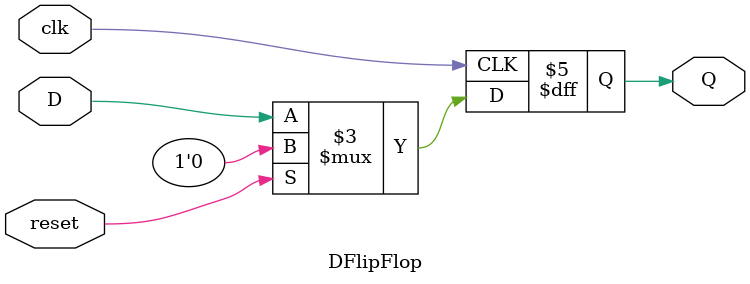
<source format=sv>
/****************************************************************************************
*																						*
* https://www.bigmessowires.com/nibbler/												*
* Implementation by: Bryan Chan and Diego Regalado										*
*																						*
*****************************************************************************************/
module DFlipFlop(
  input D,
  input clk,
  input reset,
  output Q
);

reg Q;

always @ ( posedge clk) begin
	if(reset) begin
		Q = 0;
	end else begin
		Q = D;
	end
end

endmodule
</source>
